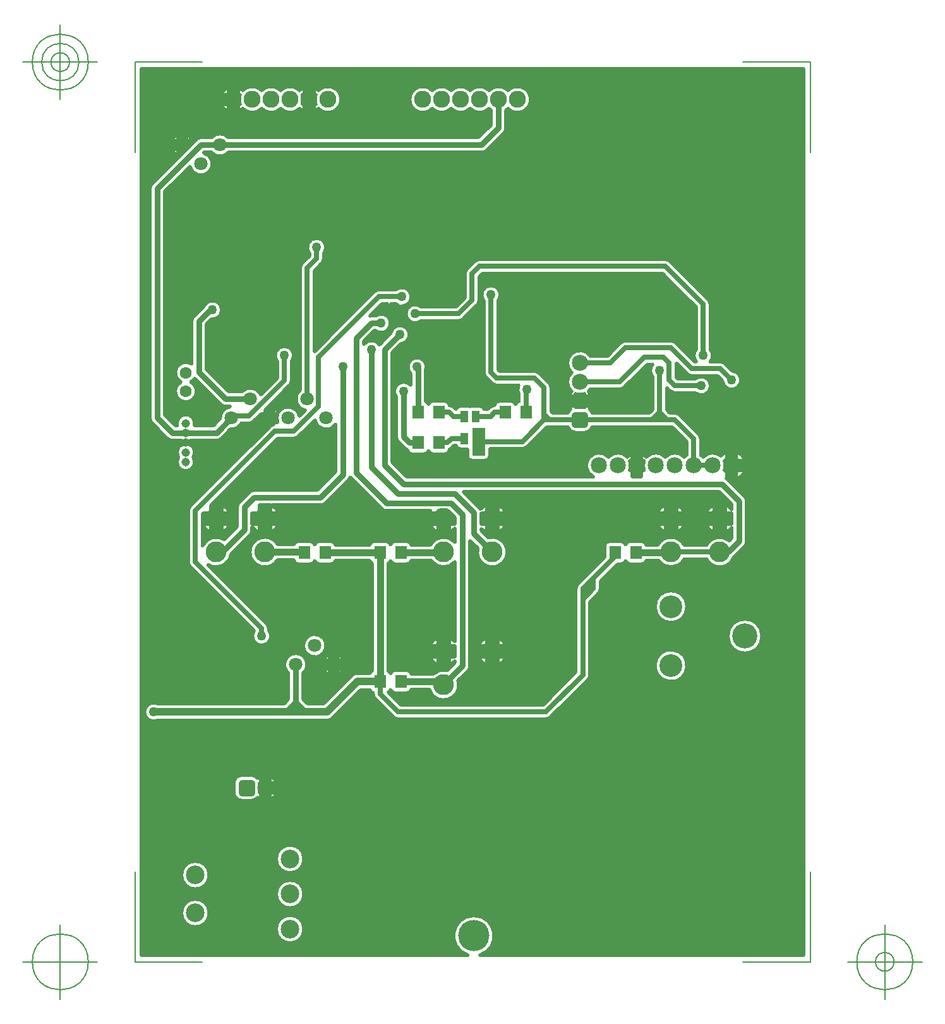
<source format=gbr>
G04 Generated by Ultiboard 14.0 *
%FSLAX33Y33*%
%MOMM*%

%ADD10C,0.001*%
%ADD11C,0.508*%
%ADD12C,0.635*%
%ADD13C,0.254*%
%ADD14C,0.889*%
%ADD15C,0.762*%
%ADD16C,1.016*%
%ADD17C,0.127*%
%ADD18C,2.794*%
%ADD19C,1.800*%
%ADD20C,1.270*%
%ADD21C,1.600*%
%ADD22R,1.600X1.800*%
%ADD23R,1.164X1.164*%
%ADD24C,0.995*%
%ADD25C,2.159*%
%ADD26C,2.286*%
%ADD27C,3.356*%
%ADD28C,3.048*%
%ADD29C,2.500*%
%ADD30R,1.270X1.270*%
%ADD31C,0.889*%
%ADD32R,1.100X1.500*%
%ADD33R,1.778X3.810*%
%ADD34C,1.143*%
%ADD35C,4.191*%


G04 ColorRGB 00FF00 for the following layer *
%LNCopper Top*%
%LPD*%
G54D10*
G36*
X44528Y-19362D02*
X44528Y-19362D01*
X87862Y-19362D01*
X87862Y99362D01*
X-862Y99362D01*
X-862Y-19362D01*
X42848Y-19362D01*
G75*
D01*
G02X44528Y-19362I840J2598*
G01*
D02*
G37*
%LPC*%
G36*
X45720Y96494D02*
G75*
D01*
G02X48260Y96494I1270J-1243*
G01*
G75*
D01*
G02X48260Y94006I1269J-1244*
G01*
G74*
D01*
G02X48011Y93794I1272J1241*
G01*
X48011Y93794D01*
X48011Y91440D01*
G75*
D01*
G02X47711Y90717I-1021J0*
G01*
X47711Y90717D01*
X45862Y88868D01*
X45862Y88868D01*
X45427Y88433D01*
G74*
D01*
G02X44704Y88133I723J721*
G01*
X44704Y88133D01*
X10798Y88133D01*
G75*
D01*
G02X8506Y88133I-1146J1020*
G01*
X8506Y88133D01*
X7535Y88133D01*
X7501Y88099D01*
G75*
D01*
G02X5627Y86225I-389J-1485*
G01*
X5627Y86225D01*
X2291Y82889D01*
X2291Y53001D01*
X3695Y51597D01*
X3906Y51597D01*
G75*
D01*
G02X6254Y51597I1174J276*
G01*
X6254Y51597D01*
X8751Y51597D01*
X9644Y52489D01*
G75*
D01*
G02X10956Y54097I1531J90*
G01*
X10956Y54097D01*
X10414Y54097D01*
G75*
D01*
G02X10089Y54150I0J1021*
G01*
G74*
D01*
G02X9692Y54396I325J968*
G01*
X9692Y54396D01*
X6256Y57832D01*
G74*
D01*
G02X5785Y57404I1176J821*
G01*
G75*
D01*
G02X4375Y57404I-705J-1250*
G01*
G75*
D01*
G02X5837Y59873I706J1250*
G01*
X5837Y59873D01*
X5837Y65531D01*
G75*
D01*
G02X6136Y66254I1021J1*
G01*
X6136Y66254D01*
X7494Y67612D01*
G75*
D01*
G02X8558Y65788I1142J-556*
G01*
X8558Y65788D01*
X7879Y65109D01*
X7879Y59097D01*
X10837Y56139D01*
X12570Y56139D01*
G75*
D01*
G02X15110Y55760I1146J-1020*
G01*
X15110Y55760D01*
X17331Y57980D01*
X17331Y60125D01*
G75*
D01*
G02X19245Y60125I957J835*
G01*
X19245Y60125D01*
X19245Y57584D01*
G75*
D01*
G02X18964Y56906I-957J-1*
G01*
X18964Y56906D01*
X15712Y53654D01*
X15712Y53122D01*
X15180Y53122D01*
X14214Y52156D01*
G74*
D01*
G02X13749Y51899I677J676*
G01*
G75*
D01*
G02X13536Y51875I-213J933*
G01*
X13536Y51875D01*
X12541Y51875D01*
G75*
D01*
G02X11087Y51046I-1364J703*
G01*
X11087Y51046D01*
X9897Y49855D01*
G74*
D01*
G02X9174Y49555I723J721*
G01*
X9174Y49555D01*
X5723Y49555D01*
G74*
D01*
G02X5253Y49382I643J1021*
G01*
G75*
D01*
G02X5253Y49170I-172J-106*
G01*
G74*
D01*
G02X5914Y48848I173J1194*
G01*
X5914Y48848D01*
X6208Y48848D01*
G74*
D01*
G02X6096Y48626I1127J429*
G01*
G75*
D01*
G02X6096Y47326I-1016J-650*
G01*
G75*
D01*
G02X4064Y47326I-1016J-650*
G01*
G75*
D01*
G02X4064Y48626I1016J650*
G01*
G74*
D01*
G02X3952Y48848I1015J651*
G01*
X3952Y48848D01*
X4246Y48848D01*
G74*
D01*
G02X4907Y49170I834J872*
G01*
G75*
D01*
G02X4907Y49382I172J106*
G01*
G74*
D01*
G02X4437Y49555I173J1194*
G01*
X4437Y49555D01*
X3272Y49555D01*
G75*
D01*
G02X2931Y49614I1J1021*
G01*
G74*
D01*
G02X2550Y49854I340J962*
G01*
X2550Y49854D01*
X1042Y51362D01*
X1042Y51362D01*
X548Y51856D01*
G75*
D01*
G02X249Y52580I722J722*
G01*
X249Y52580D01*
X249Y83311D01*
G75*
D01*
G02X548Y84034I1021J1*
G01*
X548Y84034D01*
X5116Y88602D01*
X5116Y88610D01*
X5124Y88610D01*
X6390Y89876D01*
G75*
D01*
G02X7113Y90175I722J-722*
G01*
X7113Y90175D01*
X8506Y90175D01*
G75*
D01*
G02X10798Y90175I1146J-1020*
G01*
X10798Y90175D01*
X44281Y90175D01*
X45862Y91756D01*
X45862Y91756D01*
X45969Y91863D01*
X45969Y93794D01*
G74*
D01*
G02X45720Y94006I1023J1454*
G01*
G75*
D01*
G02X43180Y94006I-1270J1243*
G01*
G75*
D01*
G02X40640Y94006I-1270J1243*
G01*
G75*
D01*
G02X38100Y94006I-1270J1243*
G01*
G75*
D01*
G02X38100Y96494I-1269J1244*
G01*
G75*
D01*
G02X40640Y96494I1270J-1243*
G01*
G75*
D01*
G02X43180Y96494I1270J-1243*
G01*
G75*
D01*
G02X45720Y96494I1270J-1243*
G01*
D02*
G37*
G36*
X72195Y47650D02*
X72195Y47650D01*
X72195Y49388D01*
X70221Y51362D01*
X70221Y51362D01*
X70216Y51367D01*
X69597Y51367D01*
X69595Y51367D01*
X69595Y51367D01*
X59568Y51367D01*
G74*
D01*
G02X58494Y50604I1074J374*
G01*
X58494Y50604D01*
X57330Y50604D01*
G75*
D01*
G02X56256Y51367I0J1138*
G01*
X56256Y51367D01*
X53482Y51367D01*
X53477Y51362D01*
X50870Y48754D01*
G74*
D01*
G02X50192Y48473I677J676*
G01*
X50192Y48473D01*
X45831Y48473D01*
X45831Y47525D01*
G75*
D01*
G02X45193Y46887I-638J0*
G01*
X45193Y46887D01*
X43415Y46887D01*
G75*
D01*
G02X42777Y47525I0J638*
G01*
X42777Y47525D01*
X42777Y48420D01*
X41880Y48420D01*
G75*
D01*
G02X41276Y48851I-1J638*
G01*
X41276Y48851D01*
X41060Y48851D01*
X40810Y48600D01*
G74*
D01*
G02X40430Y48366I678J675*
G01*
G74*
D01*
G02X39792Y47738I638J10*
G01*
X39792Y47738D01*
X38192Y47738D01*
G75*
D01*
G02X37592Y48159I0J638*
G01*
G74*
D01*
G02X36992Y47738I600J217*
G01*
X36992Y47738D01*
X35392Y47738D01*
G75*
D01*
G02X34759Y48298I0J638*
G01*
G74*
D01*
G02X34330Y48554I292J977*
G01*
X34330Y48554D01*
X33568Y49316D01*
G75*
D01*
G02X33269Y50039I722J722*
G01*
X33269Y50039D01*
X33269Y55379D01*
G75*
D01*
G02X35171Y57049I1013J765*
G01*
X35171Y57049D01*
X35171Y58537D01*
G75*
D01*
G02X37213Y58886I897J897*
G01*
X37213Y58886D01*
X37213Y54839D01*
G74*
D01*
G02X37592Y54457I221J598*
G01*
G75*
D01*
G02X38192Y54878I600J-217*
G01*
X38192Y54878D01*
X39792Y54878D01*
G74*
D01*
G02X40428Y54296I0J638*
G01*
G74*
D01*
G02X41064Y54016I41J955*
G01*
X41064Y54016D01*
X41287Y53793D01*
G75*
D01*
G02X41880Y54196I592J-234*
G01*
X41880Y54196D01*
X42980Y54196D01*
G74*
D01*
G02X43180Y54164I0J638*
G01*
G75*
D01*
G02X43380Y54196I200J-606*
G01*
X43380Y54196D01*
X44480Y54196D01*
G74*
D01*
G02X45084Y53765I1J638*
G01*
X45084Y53765D01*
X45554Y53765D01*
X45805Y54017D01*
G74*
D01*
G02X46440Y54296I676J677*
G01*
G75*
D01*
G02X47076Y54878I636J-56*
G01*
X47076Y54878D01*
X48676Y54878D01*
G74*
D01*
G02X49276Y54457I0J638*
G01*
G74*
D01*
G02X49719Y54858I600J217*
G01*
X49719Y54858D01*
X49719Y55722D01*
G75*
D01*
G02X49664Y56955I1080J666*
G01*
X49664Y56955D01*
X46736Y56955D01*
G75*
D01*
G02X46543Y56975I2J957*
G01*
G74*
D01*
G02X46059Y57235I191J937*
G01*
X46059Y57235D01*
X45297Y57997D01*
G75*
D01*
G02X45017Y58676I677J676*
G01*
X45017Y58676D01*
X45017Y68253D01*
G75*
D01*
G02X46931Y68253I957J835*
G01*
X46931Y68253D01*
X46931Y59070D01*
X47132Y58869D01*
X51815Y58869D01*
G75*
D01*
G02X52017Y58848I3J-957*
G01*
G74*
D01*
G02X52494Y58588I201J936*
G01*
X52494Y58588D01*
X53762Y57320D01*
G74*
D01*
G02X54043Y56642I676J677*
G01*
X54043Y56642D01*
X54043Y53482D01*
X54244Y53281D01*
X56256Y53281D01*
G74*
D01*
G02X56591Y53771I1074J374*
G01*
G74*
D01*
G02X56309Y54256I1321J1092*
G01*
X56309Y54256D01*
X57304Y54256D01*
X57304Y54044D01*
G75*
D01*
G02X57330Y54044I13J-1138*
G01*
X57330Y54044D01*
X58494Y54044D01*
G74*
D01*
G02X58520Y54044I13J1138*
G01*
X58520Y54044D01*
X58520Y54256D01*
X59515Y54256D01*
G74*
D01*
G02X59233Y53771I1603J607*
G01*
G74*
D01*
G02X59568Y53281I739J864*
G01*
X59568Y53281D01*
X67168Y53281D01*
X67623Y53736D01*
X67623Y58093D01*
G75*
D01*
G02X67611Y59749I957J835*
G01*
X67611Y59749D01*
X66944Y59749D01*
X63924Y56728D01*
G74*
D01*
G02X63455Y56470I677J676*
G01*
G75*
D01*
G02X63245Y56447I-209J934*
G01*
X63245Y56447D01*
X59334Y56447D01*
G74*
D01*
G02X59064Y56134I1423J955*
G01*
G74*
D01*
G02X59515Y55472I1152J1269*
G01*
X59515Y55472D01*
X58520Y55472D01*
X58520Y55801D01*
G75*
D01*
G02X57304Y55801I-608J1603*
G01*
X57304Y55801D01*
X57304Y55472D01*
X56309Y55472D01*
G74*
D01*
G02X56760Y56134I1603J607*
G01*
G75*
D01*
G02X56760Y58674I1151J1270*
G01*
G75*
D01*
G02X59334Y60901I1154J1268*
G01*
X59334Y60901D01*
X61580Y60901D01*
X63331Y62653D01*
G75*
D01*
G02X64008Y62933I676J-677*
G01*
X64008Y62933D01*
X70104Y62933D01*
G74*
D01*
G02X70782Y62652I1J957*
G01*
X70782Y62652D01*
X73294Y60139D01*
X73453Y60139D01*
G75*
D01*
G02X73465Y61795I969J821*
G01*
X73465Y61795D01*
X73465Y67422D01*
X69862Y71025D01*
X68946Y71941D01*
X44846Y71941D01*
X44391Y71486D01*
X44391Y68326D01*
G75*
D01*
G02X44110Y67648I-957J-1*
G01*
X44110Y67648D01*
X42334Y65872D01*
G74*
D01*
G02X41656Y65591I677J676*
G01*
X41656Y65591D01*
X36649Y65591D01*
G75*
D01*
G02X36649Y67505I-835J957*
G01*
X36649Y67505D01*
X41260Y67505D01*
X42477Y68722D01*
X42477Y71881D01*
G75*
D01*
G02X42757Y72559I957J2*
G01*
X42757Y72559D01*
X43773Y73575D01*
G75*
D01*
G02X44451Y73855I676J-677*
G01*
X44451Y73855D01*
X69342Y73855D01*
G74*
D01*
G02X70020Y73574I1J957*
G01*
X70020Y73574D01*
X75098Y68496D01*
G74*
D01*
G02X75379Y67818I676J677*
G01*
X75379Y67818D01*
X75379Y61795D01*
G75*
D01*
G02X75391Y60139I-957J-835*
G01*
X75391Y60139D01*
X76708Y60139D01*
G74*
D01*
G02X77386Y59858I1J957*
G01*
X77386Y59858D01*
X78319Y58925D01*
G75*
D01*
G02X76965Y57571I-88J-1266*
G01*
X76965Y57571D01*
X76312Y58225D01*
X72899Y58225D01*
G75*
D01*
G02X72221Y58505I-2J957*
G01*
X72221Y58505D01*
X70807Y59919D01*
X70807Y58054D01*
X71008Y57853D01*
X73333Y57853D01*
G75*
D01*
G02X73333Y55939I835J-957*
G01*
X73333Y55939D01*
X70612Y55939D01*
G75*
D01*
G02X70419Y55959I2J957*
G01*
G74*
D01*
G02X69935Y56219I191J937*
G01*
X69935Y56219D01*
X69862Y56293D01*
X69537Y56617D01*
X69537Y53736D01*
X69862Y53412D01*
X69992Y53281D01*
X70612Y53281D01*
G74*
D01*
G02X71290Y53000I1J957*
G01*
X71290Y53000D01*
X72928Y51362D01*
X73828Y50462D01*
G74*
D01*
G02X74109Y49784I676J677*
G01*
X74109Y49784D01*
X74109Y47650D01*
G74*
D01*
G02X74422Y47380I955J1423*
G01*
G75*
D01*
G02X76785Y47549I1270J-1151*
G01*
G74*
D01*
G02X77622Y47948I865J738*
G01*
X77622Y47948D01*
X77622Y46838D01*
X77294Y46838D01*
G75*
D01*
G02X77294Y45618I-1602J-610*
G01*
X77294Y45618D01*
X77622Y45618D01*
X77622Y44508D01*
G74*
D01*
G02X77566Y44511I33J1138*
G01*
G74*
D01*
G02X77685Y44409I602J823*
G01*
X77685Y44409D01*
X79969Y42125D01*
G74*
D01*
G02X80269Y41402I721J723*
G01*
X80269Y41402D01*
X80269Y36068D01*
G75*
D01*
G02X79969Y35345I-1021J0*
G01*
X79969Y35345D01*
X78531Y33907D01*
G74*
D01*
G02X78518Y33894I728J715*
G01*
G75*
D01*
G02X74831Y33672I-1894J735*
G01*
X74831Y33672D01*
X71896Y33672D01*
G75*
D01*
G02X68442Y33459I-1792J955*
G01*
X68442Y33459D01*
X66819Y33459D01*
G74*
D01*
G02X66208Y33006I611J185*
G01*
X66208Y33006D01*
X64608Y33006D01*
G75*
D01*
G02X64008Y33427I0J638*
G01*
G74*
D01*
G02X63408Y33006I600J217*
G01*
X63408Y33006D01*
X62931Y33006D01*
X60647Y30722D01*
X60647Y29718D01*
G75*
D01*
G02X60366Y29040I-957J-1*
G01*
X60366Y29040D01*
X59987Y28661D01*
G74*
D01*
G02X59985Y28659I678J676*
G01*
X59985Y28659D01*
X59247Y27922D01*
X59247Y18158D01*
G75*
D01*
G02X58966Y17480I-957J-1*
G01*
X58966Y17480D01*
X54018Y12532D01*
G74*
D01*
G02X53340Y12251I677J676*
G01*
X53340Y12251D01*
X33528Y12251D01*
G75*
D01*
G02X32851Y12531I-1J957*
G01*
X32851Y12531D01*
X30435Y14947D01*
G75*
D01*
G02X30155Y15625I677J676*
G01*
X30155Y15625D01*
X30155Y15754D01*
G74*
D01*
G02X29724Y16123I155J618*
G01*
X29724Y16123D01*
X28540Y16123D01*
X24813Y12397D01*
G74*
D01*
G02X24000Y12059I814J810*
G01*
X24000Y12059D01*
X1304Y12059D01*
G75*
D01*
G02X1304Y14357I-541J1149*
G01*
X1304Y14357D01*
X18247Y14357D01*
X18791Y14901D01*
X18791Y18412D01*
G75*
D01*
G02X20833Y18412I1021J1145*
G01*
X20833Y18412D01*
X20833Y14901D01*
X21377Y14357D01*
X23524Y14357D01*
X27252Y18084D01*
G75*
D01*
G02X28064Y18421I813J-811*
G01*
X28064Y18421D01*
X29724Y18421D01*
G74*
D01*
G02X30027Y18743I587J249*
G01*
X30027Y18743D01*
X30027Y33073D01*
G74*
D01*
G02X29701Y33459I285J571*
G01*
X29701Y33459D01*
X25163Y33459D01*
G74*
D01*
G02X24552Y33006I611J185*
G01*
X24552Y33006D01*
X22952Y33006D01*
G75*
D01*
G02X22352Y33427I0J638*
G01*
G74*
D01*
G02X21752Y33006I600J217*
G01*
X21752Y33006D01*
X20152Y33006D01*
G75*
D01*
G02X19522Y33544I0J638*
G01*
X19522Y33544D01*
X17382Y33544D01*
G75*
D01*
G02X17382Y35713I-1718J1085*
G01*
X17382Y35713D01*
X19574Y35713D01*
G75*
D01*
G02X20152Y36082I578J-268*
G01*
X20152Y36082D01*
X21752Y36082D01*
G74*
D01*
G02X22352Y35661I0J638*
G01*
G75*
D01*
G02X22952Y36082I600J-217*
G01*
X22952Y36082D01*
X24552Y36082D01*
G74*
D01*
G02X25163Y35629I0J638*
G01*
X25163Y35629D01*
X29701Y35629D01*
G75*
D01*
G02X30312Y36082I611J-185*
G01*
X30312Y36082D01*
X31912Y36082D01*
G74*
D01*
G02X32512Y35661I0J638*
G01*
G75*
D01*
G02X33112Y36082I600J-217*
G01*
X33112Y36082D01*
X34712Y36082D01*
G74*
D01*
G02X35323Y35629I0J638*
G01*
X35323Y35629D01*
X37855Y35629D01*
G75*
D01*
G02X41143Y35978I1769J-1000*
G01*
X41143Y35978D01*
X41143Y37766D01*
G74*
D01*
G02X40345Y37216I1519J1350*
G01*
X40345Y37216D01*
X40345Y38395D01*
X41143Y38395D01*
X41143Y39201D01*
X40508Y39837D01*
X40345Y39837D01*
X40345Y40000D01*
X40217Y40127D01*
X38903Y40127D01*
X38903Y39837D01*
X37724Y39837D01*
G74*
D01*
G02X37861Y40127I1900J720*
G01*
X37861Y40127D01*
X32004Y40127D01*
G75*
D01*
G02X31282Y40426I0J1021*
G01*
X31282Y40426D01*
X27218Y44490D01*
G74*
D01*
G02X27120Y44604I723J721*
G01*
G74*
D01*
G02X26883Y44235I958J354*
G01*
X26883Y44235D01*
X23837Y41189D01*
G74*
D01*
G02X23114Y40889I723J721*
G01*
X23114Y40889D01*
X16656Y40889D01*
G74*
D01*
G02X17563Y39837I993J1773*
G01*
X17563Y39837D01*
X16384Y39837D01*
X16384Y40889D01*
X14943Y40889D01*
X14943Y39837D01*
X13975Y39837D01*
X13975Y38395D01*
X14943Y38395D01*
X14943Y37216D01*
G74*
D01*
G02X13975Y37985I719J1899*
G01*
X13975Y37985D01*
X13975Y37592D01*
G75*
D01*
G02X13675Y36869I-1021J0*
G01*
X13675Y36869D01*
X11157Y34351D01*
G75*
D01*
G02X8080Y32897I-2013J277*
G01*
X8080Y32897D01*
X15916Y25062D01*
G74*
D01*
G02X16197Y24384I676J677*
G01*
X16197Y24384D01*
X16197Y24203D01*
G75*
D01*
G02X14189Y24081I-957J-835*
G01*
X14189Y24081D01*
X10909Y27362D01*
X5673Y32597D01*
G75*
D01*
G02X5393Y33275I677J676*
G01*
X5393Y33275D01*
X5393Y40131D01*
G75*
D01*
G02X5673Y40809I957J2*
G01*
X5673Y40809D01*
X16226Y51362D01*
X16341Y51477D01*
G74*
D01*
G02X16800Y51732I676J677*
G01*
X16800Y51732D01*
X16800Y52034D01*
X17361Y52034D01*
G75*
D01*
G02X17361Y53122I1434J544*
G01*
X17361Y53122D01*
X16800Y53122D01*
X16800Y54013D01*
G74*
D01*
G02X17526Y53440I543J1435*
G01*
G75*
D01*
G02X20298Y52894I1270J-860*
G01*
X20298Y52894D01*
X21020Y53616D01*
G75*
D01*
G02X20379Y56318I314J1502*
G01*
X20379Y56318D01*
X20379Y72643D01*
G75*
D01*
G02X20659Y73321I957J2*
G01*
X20659Y73321D01*
X21649Y74310D01*
X21649Y74603D01*
G75*
D01*
G02X23563Y74603I957J835*
G01*
X23563Y74603D01*
X23563Y73914D01*
G75*
D01*
G02X23282Y73236I-957J-1*
G01*
X23282Y73236D01*
X22293Y72248D01*
X22293Y61493D01*
X30311Y69511D01*
G75*
D01*
G02X30988Y69791I676J-677*
G01*
X30988Y69791D01*
X33201Y69791D01*
G75*
D01*
G02X34180Y67572I835J-957*
G01*
G74*
D01*
G02X34207Y67506I1161J513*
G01*
X34207Y67506D01*
X33470Y67506D01*
X33470Y67697D01*
G74*
D01*
G02X33201Y67877I566J1137*
G01*
X33201Y67877D01*
X32570Y67877D01*
X32570Y67506D01*
X31833Y67506D01*
G74*
D01*
G02X32051Y67877I1187J448*
G01*
X32051Y67877D01*
X31384Y67877D01*
X29790Y66283D01*
G75*
D01*
G02X29972Y66299I180J-1005*
G01*
X29972Y66299D01*
X30487Y66299D01*
G75*
D01*
G02X32004Y66294I755J-1020*
G01*
G74*
D01*
G02X31833Y66606I1017J760*
G01*
X31833Y66606D01*
X32570Y66606D01*
X32570Y65869D01*
G74*
D01*
G02X32258Y66040I448J1187*
G01*
G75*
D01*
G02X30487Y64257I-1016J-762*
G01*
X30487Y64257D01*
X30395Y64257D01*
X28961Y62823D01*
X28961Y62491D01*
G75*
D01*
G02X31021Y62437I1011J-769*
G01*
G74*
D01*
G02X31028Y62444I725J718*
G01*
X31028Y62444D01*
X32526Y63942D01*
G75*
D01*
G02X33970Y62498I1255J-189*
G01*
X33970Y62498D01*
X32771Y61299D01*
X32771Y46651D01*
X34713Y44709D01*
X59657Y44709D01*
G75*
D01*
G02X61722Y47380I798J1517*
G01*
G75*
D01*
G02X64262Y47380I1270J-1151*
G01*
G74*
D01*
G02X64924Y47831I1269J1152*
G01*
X64924Y47831D01*
X64924Y46836D01*
X64595Y46836D01*
G75*
D01*
G02X64595Y45620I-1603J-608*
G01*
X64595Y45620D01*
X64924Y45620D01*
X64924Y44709D01*
X66140Y44709D01*
X66140Y45620D01*
X66469Y45620D01*
G75*
D01*
G02X66469Y46836I1603J608*
G01*
X66469Y46836D01*
X66140Y46836D01*
X66140Y47831D01*
G74*
D01*
G02X66802Y47380I607J1603*
G01*
G75*
D01*
G02X69342Y47380I1270J-1151*
G01*
G75*
D01*
G02X71882Y47380I1270J-1151*
G01*
G74*
D01*
G02X72195Y47650I1268J1153*
G01*
D02*
G37*
G36*
X21862Y94747D02*
G75*
D01*
G02X21862Y94747I-272J503*
G01*
D02*
G37*
G36*
X72263Y27362D02*
G75*
D01*
G02X72263Y27362I-2159J-44*
G01*
D02*
G37*
G36*
X15712Y51143D02*
G74*
D01*
G02X14821Y52034I543J1434*
G01*
X14821Y52034D01*
X15712Y52034D01*
X15712Y51143D01*
D02*
G37*
G36*
X21862Y20643D02*
G75*
D01*
G02X21862Y20643I490J1455*
G01*
D02*
G37*
G36*
X69862Y17273D02*
G75*
D01*
G02X69862Y17273I242J2145*
G01*
D02*
G37*
G36*
X11488Y3683D02*
G75*
D01*
G02X12573Y4768I1085J0*
G01*
X12573Y4768D01*
X13843Y4768D01*
G74*
D01*
G02X14672Y4383I0J1085*
G01*
G74*
D01*
G02X15140Y4651I1075J1335*
G01*
X15140Y4651D01*
X15140Y3656D01*
X14928Y3656D01*
X14928Y2440D01*
X15140Y2440D01*
X15140Y1445D01*
G74*
D01*
G02X14672Y1713I607J1603*
G01*
G74*
D01*
G02X13843Y1328I829J700*
G01*
X13843Y1328D01*
X12573Y1328D01*
G75*
D01*
G02X11488Y2413I0J1085*
G01*
X11488Y2413D01*
X11488Y3683D01*
D02*
G37*
G36*
X15349Y3362D02*
G75*
D01*
G02X15349Y3362I399J-314*
G01*
D02*
G37*
G36*
X61385Y75242D02*
G74*
D01*
G02X60648Y74505I1187J450*
G01*
X60648Y74505D01*
X60648Y75242D01*
X61385Y75242D01*
D02*
G37*
G36*
X59748Y74505D02*
G74*
D01*
G02X59011Y75242I450J1187*
G01*
X59011Y75242D01*
X59748Y75242D01*
X59748Y74505D01*
D02*
G37*
G36*
X24348Y18123D02*
G74*
D01*
G02X23457Y19014I543J1434*
G01*
X23457Y19014D01*
X24348Y19014D01*
X24348Y18123D01*
D02*
G37*
G36*
X26327Y19014D02*
G74*
D01*
G02X25436Y18123I1434J543*
G01*
X25436Y18123D01*
X25436Y19014D01*
X26327Y19014D01*
D02*
G37*
G36*
X24517Y19558D02*
G75*
D01*
G02X24517Y19558I375J0*
G01*
D02*
G37*
G36*
X23457Y20102D02*
G74*
D01*
G02X24348Y20993I1434J543*
G01*
X24348Y20993D01*
X24348Y20102D01*
X23457Y20102D01*
D02*
G37*
G36*
X25436Y20993D02*
G74*
D01*
G02X26327Y20102I543J1434*
G01*
X26327Y20102D01*
X25436Y20102D01*
X25436Y20993D01*
D02*
G37*
G36*
X65024Y46228D02*
G75*
D01*
G02X65024Y46228I508J0*
G01*
D02*
G37*
G36*
X38989Y39116D02*
G75*
D01*
G02X38989Y39116I635J0*
G01*
D02*
G37*
G36*
X38903Y37216D02*
G74*
D01*
G02X37724Y38395I721J1900*
G01*
X37724Y38395D01*
X38903Y38395D01*
X38903Y37216D01*
D02*
G37*
G36*
X15028Y39116D02*
G75*
D01*
G02X15028Y39116I635J0*
G01*
D02*
G37*
G36*
X17563Y38395D02*
G74*
D01*
G02X16384Y37216I1900J721*
G01*
X16384Y37216D01*
X16384Y38395D01*
X17563Y38395D01*
D02*
G37*
G36*
X22468Y95880D02*
X22468Y95880D01*
X22220Y95880D01*
X22220Y96912D01*
G74*
D01*
G02X22860Y96494I629J1662*
G01*
G75*
D01*
G02X22860Y94006I1269J-1244*
G01*
G74*
D01*
G02X22220Y93588I1269J1244*
G01*
X22220Y93588D01*
X22220Y94620D01*
X22468Y94620D01*
G75*
D01*
G02X22468Y95880I1662J630*
G01*
D02*
G37*
G36*
X76512Y17355D02*
G74*
D01*
G02X75775Y18092I450J1187*
G01*
X75775Y18092D01*
X76512Y18092D01*
X76512Y17355D01*
D02*
G37*
G36*
X78149Y18092D02*
G74*
D01*
G02X77412Y17355I1187J450*
G01*
X77412Y17355D01*
X77412Y18092D01*
X78149Y18092D01*
D02*
G37*
G36*
X75775Y18992D02*
G74*
D01*
G02X76512Y19729I1187J450*
G01*
X76512Y19729D01*
X76512Y18992D01*
X75775Y18992D01*
D02*
G37*
G36*
X77412Y19729D02*
G74*
D01*
G02X78149Y18992I450J1187*
G01*
X78149Y18992D01*
X77412Y18992D01*
X77412Y19729D01*
D02*
G37*
G36*
X76662Y18542D02*
G75*
D01*
G02X76662Y18542I300J0*
G01*
D02*
G37*
G36*
X77697Y23368D02*
G75*
D01*
G02X77697Y23368I2313J0*
G01*
D02*
G37*
G36*
X78842Y44508D02*
X78842Y44508D01*
X78842Y45618D01*
X79952Y45618D01*
G74*
D01*
G02X78842Y44508I1138J28*
G01*
D02*
G37*
G36*
X77724Y46228D02*
G75*
D01*
G02X77724Y46228I508J0*
G01*
D02*
G37*
G36*
X79952Y46838D02*
X79952Y46838D01*
X78842Y46838D01*
X78842Y47948D01*
G74*
D01*
G02X79952Y46838I28J1138*
G01*
D02*
G37*
G36*
X57404Y54864D02*
G75*
D01*
G02X57404Y54864I508J0*
G01*
D02*
G37*
G36*
X15881Y52578D02*
G75*
D01*
G02X15881Y52578I375J0*
G01*
D02*
G37*
G36*
X17165Y-15876D02*
G75*
D01*
G02X17165Y-15876I1885J0*
G01*
D02*
G37*
G36*
X4465Y-13716D02*
G75*
D01*
G02X4465Y-13716I1885J0*
G01*
D02*
G37*
G36*
X17165Y-11176D02*
G75*
D01*
G02X17165Y-11176I1885J0*
G01*
D02*
G37*
G36*
X4465Y-8636D02*
G75*
D01*
G02X4465Y-8636I1885J0*
G01*
D02*
G37*
G36*
X17165Y-6476D02*
G75*
D01*
G02X17165Y-6476I1885J0*
G01*
D02*
G37*
G36*
X17351Y2440D02*
G74*
D01*
G02X16356Y1445I1603J608*
G01*
X16356Y1445D01*
X16356Y2440D01*
X17351Y2440D01*
D02*
G37*
G36*
X4028Y87719D02*
G74*
D01*
G02X3137Y88610I543J1434*
G01*
X3137Y88610D01*
X4028Y88610D01*
X4028Y87719D01*
D02*
G37*
G36*
X3137Y89698D02*
G74*
D01*
G02X4028Y90589I1434J543*
G01*
X4028Y90589D01*
X4028Y89698D01*
X3137Y89698D01*
D02*
G37*
G36*
X5116Y90589D02*
G74*
D01*
G02X6007Y89698I543J1434*
G01*
X6007Y89698D01*
X5116Y89698D01*
X5116Y90589D01*
D02*
G37*
G36*
X4197Y89154D02*
G75*
D01*
G02X4197Y89154I375J0*
G01*
D02*
G37*
G36*
X10800Y93588D02*
G74*
D01*
G02X9768Y94620I630J1662*
G01*
X9768Y94620D01*
X10800Y94620D01*
X10800Y93588D01*
D02*
G37*
G36*
X20320Y96494D02*
G74*
D01*
G02X20960Y96912I1269J1244*
G01*
X20960Y96912D01*
X20960Y95880D01*
X20712Y95880D01*
G75*
D01*
G02X20712Y94620I-1662J-630*
G01*
X20712Y94620D01*
X20960Y94620D01*
X20960Y93588D01*
G74*
D01*
G02X20320Y94006I629J1662*
G01*
G75*
D01*
G02X17780Y94006I-1270J1243*
G01*
G75*
D01*
G02X15240Y94006I-1270J1243*
G01*
G75*
D01*
G02X12700Y94006I-1270J1243*
G01*
G74*
D01*
G02X12060Y93588I1269J1244*
G01*
X12060Y93588D01*
X12060Y94620D01*
X12308Y94620D01*
G75*
D01*
G02X12308Y95880I1662J630*
G01*
X12308Y95880D01*
X12060Y95880D01*
X12060Y96912D01*
G74*
D01*
G02X12700Y96494I629J1662*
G01*
G75*
D01*
G02X15240Y96494I1270J-1243*
G01*
G75*
D01*
G02X17780Y96494I1270J-1243*
G01*
G75*
D01*
G02X20320Y96494I1270J-1243*
G01*
D02*
G37*
G36*
X9768Y95880D02*
G74*
D01*
G02X10800Y96912I1662J630*
G01*
X10800Y96912D01*
X10800Y95880D01*
X9768Y95880D01*
D02*
G37*
G36*
X10859Y95250D02*
G75*
D01*
G02X10859Y95250I571J0*
G01*
D02*
G37*
G36*
X16356Y4651D02*
G74*
D01*
G02X17351Y3656I608J1603*
G01*
X17351Y3656D01*
X16356Y3656D01*
X16356Y4651D01*
D02*
G37*
G36*
X6521Y9964D02*
G74*
D01*
G02X5784Y9227I1187J450*
G01*
X5784Y9227D01*
X5784Y9964D01*
X6521Y9964D01*
D02*
G37*
G36*
X4884Y9227D02*
G74*
D01*
G02X4147Y9964I450J1187*
G01*
X4147Y9964D01*
X4884Y9964D01*
X4884Y9227D01*
D02*
G37*
G36*
X5784Y11601D02*
G74*
D01*
G02X6521Y10864I450J1187*
G01*
X6521Y10864D01*
X5784Y10864D01*
X5784Y11601D01*
D02*
G37*
G36*
X4147Y10864D02*
G74*
D01*
G02X4884Y11601I1187J450*
G01*
X4884Y11601D01*
X4884Y10864D01*
X4147Y10864D01*
D02*
G37*
G36*
X5034Y10414D02*
G75*
D01*
G02X5034Y10414I300J0*
G01*
D02*
G37*
G36*
X32720Y67056D02*
G75*
D01*
G02X32720Y67056I300J0*
G01*
D02*
G37*
G36*
X34207Y66606D02*
G74*
D01*
G02X33470Y65869I1187J450*
G01*
X33470Y65869D01*
X33470Y66606D01*
X34207Y66606D01*
D02*
G37*
G36*
X59898Y75692D02*
G75*
D01*
G02X59898Y75692I300J0*
G01*
D02*
G37*
G36*
X59011Y76142D02*
G74*
D01*
G02X59748Y76879I1187J450*
G01*
X59748Y76879D01*
X59748Y76142D01*
X59011Y76142D01*
D02*
G37*
G36*
X60648Y76879D02*
G74*
D01*
G02X61385Y76142I450J1187*
G01*
X61385Y76142D01*
X60648Y76142D01*
X60648Y76879D01*
D02*
G37*
G36*
X51620Y79839D02*
G74*
D01*
G02X50883Y80576I450J1187*
G01*
X50883Y80576D01*
X51620Y80576D01*
X51620Y79839D01*
D02*
G37*
G36*
X53257Y80576D02*
G74*
D01*
G02X52520Y79839I1187J450*
G01*
X52520Y79839D01*
X52520Y80576D01*
X53257Y80576D01*
D02*
G37*
G36*
X50883Y81476D02*
G74*
D01*
G02X51620Y82213I1187J450*
G01*
X51620Y82213D01*
X51620Y81476D01*
X50883Y81476D01*
D02*
G37*
G36*
X51770Y81026D02*
G75*
D01*
G02X51770Y81026I300J0*
G01*
D02*
G37*
G36*
X52520Y82213D02*
G74*
D01*
G02X53257Y81476I450J1187*
G01*
X53257Y81476D01*
X52520Y81476D01*
X52520Y82213D01*
D02*
G37*
%LPD*%
G36*
X44179Y35149D02*
X44179Y35149D01*
X43185Y36143D01*
X43185Y19389D01*
G75*
D01*
G02X42885Y18666I-1021J0*
G01*
X42885Y18666D01*
X41588Y17369D01*
G75*
D01*
G02X37703Y16187I-1957J-544*
G01*
X37703Y16187D01*
X35323Y16187D01*
G74*
D01*
G02X34712Y15734I611J185*
G01*
X34712Y15734D01*
X33112Y15734D01*
G75*
D01*
G02X32512Y16155I0J638*
G01*
G74*
D01*
G02X32255Y15834I600J217*
G01*
X32255Y15834D01*
X33924Y14165D01*
X52944Y14165D01*
X57333Y18554D01*
X57333Y28316D01*
G75*
D01*
G02X57333Y28320I957J2*
G01*
X57333Y28320D01*
X57333Y29079D01*
G75*
D01*
G02X57333Y29081I957J1*
G01*
X57333Y29081D01*
X57333Y29717D01*
G75*
D01*
G02X57613Y30395I957J2*
G01*
X57613Y30395D01*
X61170Y33951D01*
X61170Y35444D01*
G75*
D01*
G02X61808Y36082I638J0*
G01*
X61808Y36082D01*
X63408Y36082D01*
G74*
D01*
G02X64008Y35661I0J638*
G01*
G75*
D01*
G02X64608Y36082I600J-217*
G01*
X64608Y36082D01*
X66208Y36082D01*
G74*
D01*
G02X66819Y35629I0J638*
G01*
X66819Y35629D01*
X68335Y35629D01*
G75*
D01*
G02X71896Y35586I1769J-1000*
G01*
X71896Y35586D01*
X74831Y35586D01*
G75*
D01*
G02X77925Y36189I1792J-956*
G01*
X77925Y36189D01*
X78227Y36491D01*
X78227Y37868D01*
G74*
D01*
G02X77344Y37216I1604J1248*
G01*
X77344Y37216D01*
X77344Y38395D01*
X78227Y38395D01*
X78227Y39837D01*
X77344Y39837D01*
X77344Y41016D01*
G74*
D01*
G02X78227Y40364I721J1900*
G01*
X78227Y40364D01*
X78227Y40979D01*
X76539Y42667D01*
X42343Y42667D01*
X44409Y40601D01*
G74*
D01*
G02X44567Y40398I720J724*
G01*
G74*
D01*
G02X45423Y41016I1576J1281*
G01*
X45423Y41016D01*
X45423Y39837D01*
X44709Y39837D01*
X44709Y38395D01*
X45423Y38395D01*
X45423Y37216D01*
G74*
D01*
G02X44709Y37677I720J1899*
G01*
X44709Y37677D01*
X44709Y37507D01*
X45623Y36593D01*
G75*
D01*
G02X44179Y35149I519J-1963*
G01*
D02*
G37*
%LPC*%
G36*
X45862Y38547D02*
G75*
D01*
G02X45862Y38547I281J569*
G01*
D02*
G37*
G36*
X45862Y21905D02*
G75*
D01*
G02X45862Y21905I281J-569*
G01*
D02*
G37*
G36*
X45862Y18861D02*
G75*
D01*
G02X45862Y18861I281J-2012*
G01*
D02*
G37*
G36*
X69862Y39703D02*
G75*
D01*
G02X69862Y39703I242J-587*
G01*
D02*
G37*
G36*
X72004Y38395D02*
G74*
D01*
G02X70825Y37216I1900J721*
G01*
X70825Y37216D01*
X70825Y38395D01*
X72004Y38395D01*
D02*
G37*
G36*
X75903Y37216D02*
G74*
D01*
G02X74723Y38395I719J1900*
G01*
X74723Y38395D01*
X75903Y38395D01*
X75903Y37216D01*
D02*
G37*
G36*
X70825Y41016D02*
G74*
D01*
G02X72004Y39837I721J1900*
G01*
X72004Y39837D01*
X70825Y39837D01*
X70825Y41016D01*
D02*
G37*
G36*
X74723Y39837D02*
G74*
D01*
G02X75903Y41016I1900J721*
G01*
X75903Y41016D01*
X75903Y39837D01*
X74723Y39837D01*
D02*
G37*
G36*
X75988Y39116D02*
G75*
D01*
G02X75988Y39116I635J0*
G01*
D02*
G37*
G36*
X48043Y20615D02*
G74*
D01*
G02X46864Y19436I1900J721*
G01*
X46864Y19436D01*
X46864Y20615D01*
X48043Y20615D01*
D02*
G37*
G36*
X46864Y23236D02*
G74*
D01*
G02X48043Y22057I721J1900*
G01*
X48043Y22057D01*
X46864Y22057D01*
X46864Y23236D01*
D02*
G37*
G36*
X44243Y22057D02*
G74*
D01*
G02X45423Y23236I1900J721*
G01*
X45423Y23236D01*
X45423Y22057D01*
X44243Y22057D01*
D02*
G37*
G36*
X45423Y19436D02*
G74*
D01*
G02X44243Y20615I719J1900*
G01*
X44243Y20615D01*
X45423Y20615D01*
X45423Y19436D01*
D02*
G37*
G36*
X48043Y38395D02*
G74*
D01*
G02X46864Y37216I1900J721*
G01*
X46864Y37216D01*
X46864Y38395D01*
X48043Y38395D01*
D02*
G37*
G36*
X69383Y37216D02*
G74*
D01*
G02X68204Y38395I721J1900*
G01*
X68204Y38395D01*
X69383Y38395D01*
X69383Y37216D01*
D02*
G37*
G36*
X46864Y41016D02*
G74*
D01*
G02X48043Y39837I721J1900*
G01*
X48043Y39837D01*
X46864Y39837D01*
X46864Y41016D01*
D02*
G37*
G36*
X68204Y39837D02*
G74*
D01*
G02X69383Y41016I1900J721*
G01*
X69383Y41016D01*
X69383Y39837D01*
X68204Y39837D01*
D02*
G37*
%LPD*%
G36*
X22374Y52262D02*
X22374Y52262D01*
X20236Y50124D01*
G74*
D01*
G02X19558Y49843I677J676*
G01*
X19558Y49843D01*
X17414Y49843D01*
X8423Y40852D01*
X8423Y39837D01*
X7408Y39837D01*
X7307Y39736D01*
X7307Y38395D01*
X8423Y38395D01*
X8423Y37216D01*
G74*
D01*
G02X7307Y38247I721J1900*
G01*
X7307Y38247D01*
X7307Y35497D01*
G75*
D01*
G02X10251Y36333I1837J-867*
G01*
X10251Y36333D01*
X11933Y38015D01*
X11933Y40639D01*
G75*
D01*
G02X12232Y41362I1021J1*
G01*
X12232Y41362D01*
X13502Y42632D01*
G75*
D01*
G02X14225Y42931I722J-722*
G01*
X14225Y42931D01*
X22691Y42931D01*
X25141Y45381D01*
X25141Y51709D01*
G75*
D01*
G02X22374Y52262I-1265J867*
G01*
D02*
G37*
%LPC*%
G36*
X11044Y38395D02*
G74*
D01*
G02X9865Y37216I1900J721*
G01*
X9865Y37216D01*
X9865Y38395D01*
X11044Y38395D01*
D02*
G37*
G36*
X8509Y39116D02*
G75*
D01*
G02X8509Y39116I635J0*
G01*
D02*
G37*
G36*
X9865Y41016D02*
G74*
D01*
G02X11044Y39837I721J1900*
G01*
X11044Y39837D01*
X9865Y39837D01*
X9865Y41016D01*
D02*
G37*
%LPD*%
G36*
X32197Y18743D02*
G74*
D01*
G02X32512Y18389I285J571*
G01*
G75*
D01*
G02X33112Y18810I600J-217*
G01*
X33112Y18810D01*
X34712Y18810D01*
G74*
D01*
G02X35323Y18357I0J638*
G01*
X35323Y18357D01*
X38262Y18357D01*
G75*
D01*
G02X40144Y18813I1362J-1508*
G01*
X40144Y18813D01*
X41143Y19812D01*
X41143Y19986D01*
G74*
D01*
G02X40345Y19436I1519J1350*
G01*
X40345Y19436D01*
X40345Y20615D01*
X41143Y20615D01*
X41143Y22057D01*
X40345Y22057D01*
X40345Y23236D01*
G74*
D01*
G02X41143Y22686I721J1900*
G01*
X41143Y22686D01*
X41143Y33279D01*
G75*
D01*
G02X37962Y33459I-1519J1349*
G01*
X37962Y33459D01*
X35323Y33459D01*
G74*
D01*
G02X34712Y33006I611J185*
G01*
X34712Y33006D01*
X33112Y33006D01*
G75*
D01*
G02X32512Y33427I0J638*
G01*
G74*
D01*
G02X32197Y33073I600J217*
G01*
X32197Y33073D01*
X32197Y18743D01*
D02*
G37*
%LPC*%
G36*
X38903Y19436D02*
G74*
D01*
G02X37724Y20615I721J1900*
G01*
X37724Y20615D01*
X38903Y20615D01*
X38903Y19436D01*
D02*
G37*
G36*
X38989Y21336D02*
G75*
D01*
G02X38989Y21336I635J0*
G01*
D02*
G37*
G36*
X37724Y22057D02*
G74*
D01*
G02X38903Y23236I1900J721*
G01*
X38903Y23236D01*
X38903Y22057D01*
X37724Y22057D01*
D02*
G37*
%LPD*%
G54D11*
X45720Y96494D02*
G75*
D01*
G02X48260Y96494I1270J-1243*
G01*
G75*
D01*
G02X48260Y94006I1269J-1244*
G01*
G74*
D01*
G02X48011Y93794I1272J1241*
G01*
X48011Y91440D01*
G75*
D01*
G02X47711Y90717I-1021J0*
G01*
X45862Y88868D01*
X45862Y88868D01*
X45427Y88433D01*
G74*
D01*
G02X44704Y88133I723J721*
G01*
X10798Y88133D01*
G75*
D01*
G02X8506Y88133I-1146J1020*
G01*
X7535Y88133D01*
X7501Y88099D01*
G75*
D01*
G02X5627Y86225I-389J-1485*
G01*
X2291Y82889D01*
X2291Y53001D01*
X3695Y51597D01*
X3906Y51597D01*
G75*
D01*
G02X6254Y51597I1174J276*
G01*
X8751Y51597D01*
X9644Y52489D01*
G75*
D01*
G02X10956Y54097I1531J90*
G01*
X10414Y54097D01*
G75*
D01*
G02X10089Y54150I0J1021*
G01*
G74*
D01*
G02X9692Y54396I325J968*
G01*
X6256Y57832D01*
G74*
D01*
G02X5785Y57404I1176J821*
G01*
G75*
D01*
G02X4375Y57404I-705J-1250*
G01*
G75*
D01*
G02X5837Y59873I706J1250*
G01*
X5837Y65531D01*
G75*
D01*
G02X6136Y66254I1021J1*
G01*
X7494Y67612D01*
G75*
D01*
G02X8558Y65788I1142J-556*
G01*
X7879Y65109D01*
X7879Y59097D01*
X10837Y56139D01*
X12570Y56139D01*
G75*
D01*
G02X15110Y55760I1146J-1020*
G01*
X17331Y57980D01*
X17331Y60125D01*
G75*
D01*
G02X19245Y60125I957J835*
G01*
X19245Y57584D01*
G75*
D01*
G02X18964Y56906I-957J-1*
G01*
X15712Y53654D01*
X15712Y53122D01*
X15180Y53122D01*
X14214Y52156D01*
G74*
D01*
G02X13749Y51899I677J676*
G01*
G75*
D01*
G02X13536Y51875I-213J933*
G01*
X12541Y51875D01*
G75*
D01*
G02X11087Y51046I-1364J703*
G01*
X9897Y49855D01*
G74*
D01*
G02X9174Y49555I723J721*
G01*
X5723Y49555D01*
G74*
D01*
G02X5253Y49382I643J1021*
G01*
G75*
D01*
G02X5253Y49170I-172J-106*
G01*
G74*
D01*
G02X5914Y48848I173J1194*
G01*
X6208Y48848D01*
G74*
D01*
G02X6096Y48626I1127J429*
G01*
G75*
D01*
G02X6096Y47326I-1016J-650*
G01*
G75*
D01*
G02X4064Y47326I-1016J-650*
G01*
G75*
D01*
G02X4064Y48626I1016J650*
G01*
G74*
D01*
G02X3952Y48848I1015J651*
G01*
X4246Y48848D01*
G74*
D01*
G02X4907Y49170I834J872*
G01*
G75*
D01*
G02X4907Y49382I172J106*
G01*
G74*
D01*
G02X4437Y49555I173J1194*
G01*
X3272Y49555D01*
G75*
D01*
G02X2931Y49614I1J1021*
G01*
G74*
D01*
G02X2550Y49854I340J962*
G01*
X1042Y51362D01*
X1042Y51362D01*
X548Y51856D01*
G75*
D01*
G02X249Y52580I722J722*
G01*
X249Y83311D01*
G75*
D01*
G02X548Y84034I1021J1*
G01*
X5116Y88602D01*
X5116Y88610D01*
X5124Y88610D01*
X6390Y89876D01*
G75*
D01*
G02X7113Y90175I722J-722*
G01*
X8506Y90175D01*
G75*
D01*
G02X10798Y90175I1146J-1020*
G01*
X44281Y90175D01*
X45862Y91756D01*
X45862Y91756D01*
X45969Y91863D01*
X45969Y93794D01*
G74*
D01*
G02X45720Y94006I1023J1454*
G01*
G75*
D01*
G02X43180Y94006I-1270J1243*
G01*
G75*
D01*
G02X40640Y94006I-1270J1243*
G01*
G75*
D01*
G02X38100Y94006I-1270J1243*
G01*
G75*
D01*
G02X38100Y96494I-1269J1244*
G01*
G75*
D01*
G02X40640Y96494I1270J-1243*
G01*
G75*
D01*
G02X43180Y96494I1270J-1243*
G01*
G75*
D01*
G02X45720Y96494I1270J-1243*
G01*
X72195Y47650D02*
X72195Y49388D01*
X70221Y51362D01*
X70221Y51362D01*
X70216Y51367D01*
X69597Y51367D01*
X69595Y51367D01*
X59568Y51367D01*
G74*
D01*
G02X58494Y50604I1074J374*
G01*
X57330Y50604D01*
G75*
D01*
G02X56256Y51367I0J1138*
G01*
X53482Y51367D01*
X53477Y51362D01*
X50870Y48754D01*
G74*
D01*
G02X50192Y48473I677J676*
G01*
X45831Y48473D01*
X45831Y47525D01*
G75*
D01*
G02X45193Y46887I-638J0*
G01*
X43415Y46887D01*
G75*
D01*
G02X42777Y47525I0J638*
G01*
X42777Y48420D01*
X41880Y48420D01*
G75*
D01*
G02X41276Y48851I-1J638*
G01*
X41060Y48851D01*
X40810Y48600D01*
G74*
D01*
G02X40430Y48366I678J675*
G01*
G74*
D01*
G02X39792Y47738I638J10*
G01*
X38192Y47738D01*
G75*
D01*
G02X37592Y48159I0J638*
G01*
G74*
D01*
G02X36992Y47738I600J217*
G01*
X35392Y47738D01*
G75*
D01*
G02X34759Y48298I0J638*
G01*
G74*
D01*
G02X34330Y48554I292J977*
G01*
X33568Y49316D01*
G75*
D01*
G02X33269Y50039I722J722*
G01*
X33269Y55379D01*
G75*
D01*
G02X35171Y57049I1013J765*
G01*
X35171Y58537D01*
G75*
D01*
G02X37213Y58886I897J897*
G01*
X37213Y54839D01*
G74*
D01*
G02X37592Y54457I221J598*
G01*
G75*
D01*
G02X38192Y54878I600J-217*
G01*
X39792Y54878D01*
G74*
D01*
G02X40428Y54296I0J638*
G01*
G74*
D01*
G02X41064Y54016I41J955*
G01*
X41287Y53793D01*
G75*
D01*
G02X41880Y54196I592J-234*
G01*
X42980Y54196D01*
G74*
D01*
G02X43180Y54164I0J638*
G01*
G75*
D01*
G02X43380Y54196I200J-606*
G01*
X44480Y54196D01*
G74*
D01*
G02X45084Y53765I1J638*
G01*
X45554Y53765D01*
X45805Y54017D01*
G74*
D01*
G02X46440Y54296I676J677*
G01*
G75*
D01*
G02X47076Y54878I636J-56*
G01*
X48676Y54878D01*
G74*
D01*
G02X49276Y54457I0J638*
G01*
G74*
D01*
G02X49719Y54858I600J217*
G01*
X49719Y55722D01*
G75*
D01*
G02X49664Y56955I1080J666*
G01*
X46736Y56955D01*
G75*
D01*
G02X46543Y56975I2J957*
G01*
G74*
D01*
G02X46059Y57235I191J937*
G01*
X45297Y57997D01*
G75*
D01*
G02X45017Y58676I677J676*
G01*
X45017Y68253D01*
G75*
D01*
G02X46931Y68253I957J835*
G01*
X46931Y59070D01*
X47132Y58869D01*
X51815Y58869D01*
G75*
D01*
G02X52017Y58848I3J-957*
G01*
G74*
D01*
G02X52494Y58588I201J936*
G01*
X53762Y57320D01*
G74*
D01*
G02X54043Y56642I676J677*
G01*
X54043Y53482D01*
X54244Y53281D01*
X56256Y53281D01*
G74*
D01*
G02X56591Y53771I1074J374*
G01*
G74*
D01*
G02X56309Y54256I1321J1092*
G01*
X57304Y54256D01*
X57304Y54044D01*
G75*
D01*
G02X57330Y54044I13J-1138*
G01*
X58494Y54044D01*
G74*
D01*
G02X58520Y54044I13J1138*
G01*
X58520Y54256D01*
X59515Y54256D01*
G74*
D01*
G02X59233Y53771I1603J607*
G01*
G74*
D01*
G02X59568Y53281I739J864*
G01*
X67168Y53281D01*
X67623Y53736D01*
X67623Y58093D01*
G75*
D01*
G02X67611Y59749I957J835*
G01*
X66944Y59749D01*
X63924Y56728D01*
G74*
D01*
G02X63455Y56470I677J676*
G01*
G75*
D01*
G02X63245Y56447I-209J934*
G01*
X59334Y56447D01*
G74*
D01*
G02X59064Y56134I1423J955*
G01*
G74*
D01*
G02X59515Y55472I1152J1269*
G01*
X58520Y55472D01*
X58520Y55801D01*
G75*
D01*
G02X57304Y55801I-608J1603*
G01*
X57304Y55472D01*
X56309Y55472D01*
G74*
D01*
G02X56760Y56134I1603J607*
G01*
G75*
D01*
G02X56760Y58674I1151J1270*
G01*
G75*
D01*
G02X59334Y60901I1154J1268*
G01*
X61580Y60901D01*
X63331Y62653D01*
G75*
D01*
G02X64008Y62933I676J-677*
G01*
X70104Y62933D01*
G74*
D01*
G02X70782Y62652I1J957*
G01*
X73294Y60139D01*
X73453Y60139D01*
G75*
D01*
G02X73465Y61795I969J821*
G01*
X73465Y67422D01*
X69862Y71025D01*
X68946Y71941D01*
X44846Y71941D01*
X44391Y71486D01*
X44391Y68326D01*
G75*
D01*
G02X44110Y67648I-957J-1*
G01*
X42334Y65872D01*
G74*
D01*
G02X41656Y65591I677J676*
G01*
X36649Y65591D01*
G75*
D01*
G02X36649Y67505I-835J957*
G01*
X41260Y67505D01*
X42477Y68722D01*
X42477Y71881D01*
G75*
D01*
G02X42757Y72559I957J2*
G01*
X43773Y73575D01*
G75*
D01*
G02X44451Y73855I676J-677*
G01*
X69342Y73855D01*
G74*
D01*
G02X70020Y73574I1J957*
G01*
X75098Y68496D01*
G74*
D01*
G02X75379Y67818I676J677*
G01*
X75379Y61795D01*
G75*
D01*
G02X75391Y60139I-957J-835*
G01*
X76708Y60139D01*
G74*
D01*
G02X77386Y59858I1J957*
G01*
X78319Y58925D01*
G75*
D01*
G02X76965Y57571I-88J-1266*
G01*
X76312Y58225D01*
X72899Y58225D01*
G75*
D01*
G02X72221Y58505I-2J957*
G01*
X70807Y59919D01*
X70807Y58054D01*
X71008Y57853D01*
X73333Y57853D01*
G75*
D01*
G02X73333Y55939I835J-957*
G01*
X70612Y55939D01*
G75*
D01*
G02X70419Y55959I2J957*
G01*
G74*
D01*
G02X69935Y56219I191J937*
G01*
X69862Y56293D01*
X69537Y56617D01*
X69537Y53736D01*
X69862Y53412D01*
X69992Y53281D01*
X70612Y53281D01*
G74*
D01*
G02X71290Y53000I1J957*
G01*
X72928Y51362D01*
X73828Y50462D01*
G74*
D01*
G02X74109Y49784I676J677*
G01*
X74109Y47650D01*
G74*
D01*
G02X74422Y47380I955J1423*
G01*
G75*
D01*
G02X76785Y47549I1270J-1151*
G01*
G74*
D01*
G02X77622Y47948I865J738*
G01*
X77622Y46838D01*
X77294Y46838D01*
G75*
D01*
G02X77294Y45618I-1602J-610*
G01*
X77622Y45618D01*
X77622Y44508D01*
G74*
D01*
G02X77566Y44511I33J1138*
G01*
G74*
D01*
G02X77685Y44409I602J823*
G01*
X79969Y42125D01*
G74*
D01*
G02X80269Y41402I721J723*
G01*
X80269Y36068D01*
G75*
D01*
G02X79969Y35345I-1021J0*
G01*
X78531Y33907D01*
G74*
D01*
G02X78518Y33894I728J715*
G01*
G75*
D01*
G02X74831Y33672I-1894J735*
G01*
X71896Y33672D01*
G75*
D01*
G02X68442Y33459I-1792J955*
G01*
X66819Y33459D01*
G74*
D01*
G02X66208Y33006I611J185*
G01*
X64608Y33006D01*
G75*
D01*
G02X64008Y33427I0J638*
G01*
G74*
D01*
G02X63408Y33006I600J217*
G01*
X62931Y33006D01*
X60647Y30722D01*
X60647Y29718D01*
G75*
D01*
G02X60366Y29040I-957J-1*
G01*
X59987Y28661D01*
G74*
D01*
G02X59985Y28659I678J676*
G01*
X59247Y27922D01*
X59247Y18158D01*
G75*
D01*
G02X58966Y17480I-957J-1*
G01*
X54018Y12532D01*
G74*
D01*
G02X53340Y12251I677J676*
G01*
X33528Y12251D01*
G75*
D01*
G02X32851Y12531I-1J957*
G01*
X30435Y14947D01*
G75*
D01*
G02X30155Y15625I677J676*
G01*
X30155Y15754D01*
G74*
D01*
G02X29724Y16123I155J618*
G01*
X28540Y16123D01*
X24813Y12397D01*
G74*
D01*
G02X24000Y12059I814J810*
G01*
X1304Y12059D01*
G75*
D01*
G02X1304Y14357I-541J1149*
G01*
X18247Y14357D01*
X18791Y14901D01*
X18791Y18412D01*
G75*
D01*
G02X20833Y18412I1021J1145*
G01*
X20833Y14901D01*
X21377Y14357D01*
X23524Y14357D01*
X27252Y18084D01*
G75*
D01*
G02X28064Y18421I813J-811*
G01*
X29724Y18421D01*
G74*
D01*
G02X30027Y18743I587J249*
G01*
X30027Y33073D01*
G74*
D01*
G02X29701Y33459I285J571*
G01*
X25163Y33459D01*
G74*
D01*
G02X24552Y33006I611J185*
G01*
X22952Y33006D01*
G75*
D01*
G02X22352Y33427I0J638*
G01*
G74*
D01*
G02X21752Y33006I600J217*
G01*
X20152Y33006D01*
G75*
D01*
G02X19522Y33544I0J638*
G01*
X17382Y33544D01*
G75*
D01*
G02X17382Y35713I-1718J1085*
G01*
X19574Y35713D01*
G75*
D01*
G02X20152Y36082I578J-268*
G01*
X21752Y36082D01*
G74*
D01*
G02X22352Y35661I0J638*
G01*
G75*
D01*
G02X22952Y36082I600J-217*
G01*
X24552Y36082D01*
G74*
D01*
G02X25163Y35629I0J638*
G01*
X29701Y35629D01*
G75*
D01*
G02X30312Y36082I611J-185*
G01*
X31912Y36082D01*
G74*
D01*
G02X32512Y35661I0J638*
G01*
G75*
D01*
G02X33112Y36082I600J-217*
G01*
X34712Y36082D01*
G74*
D01*
G02X35323Y35629I0J638*
G01*
X37855Y35629D01*
G75*
D01*
G02X41143Y35978I1769J-1000*
G01*
X41143Y37766D01*
G74*
D01*
G02X40345Y37216I1519J1350*
G01*
X40345Y38395D01*
X41143Y38395D01*
X41143Y39201D01*
X40508Y39837D01*
X40345Y39837D01*
X40345Y40000D01*
X40217Y40127D01*
X38903Y40127D01*
X38903Y39837D01*
X37724Y39837D01*
G74*
D01*
G02X37861Y40127I1900J720*
G01*
X32004Y40127D01*
G75*
D01*
G02X31282Y40426I0J1021*
G01*
X27218Y44490D01*
G74*
D01*
G02X27120Y44604I723J721*
G01*
G74*
D01*
G02X26883Y44235I958J354*
G01*
X23837Y41189D01*
G74*
D01*
G02X23114Y40889I723J721*
G01*
X16656Y40889D01*
G74*
D01*
G02X17563Y39837I993J1773*
G01*
X16384Y39837D01*
X16384Y40889D01*
X14943Y40889D01*
X14943Y39837D01*
X13975Y39837D01*
X13975Y38395D01*
X14943Y38395D01*
X14943Y37216D01*
G74*
D01*
G02X13975Y37985I719J1899*
G01*
X13975Y37592D01*
G75*
D01*
G02X13675Y36869I-1021J0*
G01*
X11157Y34351D01*
G75*
D01*
G02X8080Y32897I-2013J277*
G01*
X15916Y25062D01*
G74*
D01*
G02X16197Y24384I676J677*
G01*
X16197Y24203D01*
G75*
D01*
G02X14189Y24081I-957J-835*
G01*
X10909Y27362D01*
X5673Y32597D01*
G75*
D01*
G02X5393Y33275I677J676*
G01*
X5393Y40131D01*
G75*
D01*
G02X5673Y40809I957J2*
G01*
X16226Y51362D01*
X16341Y51477D01*
G74*
D01*
G02X16800Y51732I676J677*
G01*
X16800Y52034D01*
X17361Y52034D01*
G75*
D01*
G02X17361Y53122I1434J544*
G01*
X16800Y53122D01*
X16800Y54013D01*
G74*
D01*
G02X17526Y53440I543J1435*
G01*
G75*
D01*
G02X20298Y52894I1270J-860*
G01*
X21020Y53616D01*
G75*
D01*
G02X20379Y56318I314J1502*
G01*
X20379Y72643D01*
G75*
D01*
G02X20659Y73321I957J2*
G01*
X21649Y74310D01*
X21649Y74603D01*
G75*
D01*
G02X23563Y74603I957J835*
G01*
X23563Y73914D01*
G75*
D01*
G02X23282Y73236I-957J-1*
G01*
X22293Y72248D01*
X22293Y61493D01*
X30311Y69511D01*
G75*
D01*
G02X30988Y69791I676J-677*
G01*
X33201Y69791D01*
G75*
D01*
G02X34180Y67572I835J-957*
G01*
G74*
D01*
G02X34207Y67506I1161J513*
G01*
X33470Y67506D01*
X33470Y67697D01*
G74*
D01*
G02X33201Y67877I566J1137*
G01*
X32570Y67877D01*
X32570Y67506D01*
X31833Y67506D01*
G74*
D01*
G02X32051Y67877I1187J448*
G01*
X31384Y67877D01*
X29790Y66283D01*
G75*
D01*
G02X29972Y66299I180J-1005*
G01*
X30487Y66299D01*
G75*
D01*
G02X32004Y66294I755J-1020*
G01*
G74*
D01*
G02X31833Y66606I1017J760*
G01*
X32570Y66606D01*
X32570Y65869D01*
G74*
D01*
G02X32258Y66040I448J1187*
G01*
G75*
D01*
G02X30487Y64257I-1016J-762*
G01*
X30395Y64257D01*
X28961Y62823D01*
X28961Y62491D01*
G75*
D01*
G02X31021Y62437I1011J-769*
G01*
G74*
D01*
G02X31028Y62444I725J718*
G01*
X32526Y63942D01*
G75*
D01*
G02X33970Y62498I1255J-189*
G01*
X32771Y61299D01*
X32771Y46651D01*
X34713Y44709D01*
X59657Y44709D01*
G75*
D01*
G02X61722Y47380I798J1517*
G01*
G75*
D01*
G02X64262Y47380I1270J-1151*
G01*
G74*
D01*
G02X64924Y47831I1269J1152*
G01*
X64924Y46836D01*
X64595Y46836D01*
G75*
D01*
G02X64595Y45620I-1603J-608*
G01*
X64924Y45620D01*
X64924Y44709D01*
X66140Y44709D01*
X66140Y45620D01*
X66469Y45620D01*
G75*
D01*
G02X66469Y46836I1603J608*
G01*
X66140Y46836D01*
X66140Y47831D01*
G74*
D01*
G02X66802Y47380I607J1603*
G01*
G75*
D01*
G02X69342Y47380I1270J-1151*
G01*
G75*
D01*
G02X71882Y47380I1270J-1151*
G01*
G74*
D01*
G02X72195Y47650I1268J1153*
G01*
X21862Y94747D02*
G75*
D01*
G02X21862Y94747I-272J503*
G01*
X72263Y27362D02*
G75*
D01*
G02X72263Y27362I-2159J-44*
G01*
X15712Y51143D02*
G74*
D01*
G02X14821Y52034I543J1434*
G01*
X15712Y52034D01*
X15712Y51143D01*
X21862Y20643D02*
G75*
D01*
G02X21862Y20643I490J1455*
G01*
X69862Y17273D02*
G75*
D01*
G02X69862Y17273I242J2145*
G01*
X11488Y3683D02*
G75*
D01*
G02X12573Y4768I1085J0*
G01*
X13843Y4768D01*
G74*
D01*
G02X14672Y4383I0J1085*
G01*
G74*
D01*
G02X15140Y4651I1075J1335*
G01*
X15140Y3656D01*
X14928Y3656D01*
X14928Y2440D01*
X15140Y2440D01*
X15140Y1445D01*
G74*
D01*
G02X14672Y1713I607J1603*
G01*
G74*
D01*
G02X13843Y1328I829J700*
G01*
X12573Y1328D01*
G75*
D01*
G02X11488Y2413I0J1085*
G01*
X11488Y3683D01*
X15349Y3362D02*
G75*
D01*
G02X15349Y3362I399J-314*
G01*
X61385Y75242D02*
G74*
D01*
G02X60648Y74505I1187J450*
G01*
X60648Y75242D01*
X61385Y75242D01*
X59748Y74505D02*
G74*
D01*
G02X59011Y75242I450J1187*
G01*
X59748Y75242D01*
X59748Y74505D01*
X24348Y18123D02*
G74*
D01*
G02X23457Y19014I543J1434*
G01*
X24348Y19014D01*
X24348Y18123D01*
X26327Y19014D02*
G74*
D01*
G02X25436Y18123I1434J543*
G01*
X25436Y19014D01*
X26327Y19014D01*
X24517Y19558D02*
G75*
D01*
G02X24517Y19558I375J0*
G01*
X23457Y20102D02*
G74*
D01*
G02X24348Y20993I1434J543*
G01*
X24348Y20102D01*
X23457Y20102D01*
X25436Y20993D02*
G74*
D01*
G02X26327Y20102I543J1434*
G01*
X25436Y20102D01*
X25436Y20993D01*
X65024Y46228D02*
G75*
D01*
G02X65024Y46228I508J0*
G01*
X38989Y39116D02*
G75*
D01*
G02X38989Y39116I635J0*
G01*
X38903Y37216D02*
G74*
D01*
G02X37724Y38395I721J1900*
G01*
X38903Y38395D01*
X38903Y37216D01*
X15028Y39116D02*
G75*
D01*
G02X15028Y39116I635J0*
G01*
X17563Y38395D02*
G74*
D01*
G02X16384Y37216I1900J721*
G01*
X16384Y38395D01*
X17563Y38395D01*
X22468Y95880D02*
X22220Y95880D01*
X22220Y96912D01*
G74*
D01*
G02X22860Y96494I629J1662*
G01*
G75*
D01*
G02X22860Y94006I1269J-1244*
G01*
G74*
D01*
G02X22220Y93588I1269J1244*
G01*
X22220Y94620D01*
X22468Y94620D01*
G75*
D01*
G02X22468Y95880I1662J630*
G01*
X76512Y17355D02*
G74*
D01*
G02X75775Y18092I450J1187*
G01*
X76512Y18092D01*
X76512Y17355D01*
X78149Y18092D02*
G74*
D01*
G02X77412Y17355I1187J450*
G01*
X77412Y18092D01*
X78149Y18092D01*
X75775Y18992D02*
G74*
D01*
G02X76512Y19729I1187J450*
G01*
X76512Y18992D01*
X75775Y18992D01*
X77412Y19729D02*
G74*
D01*
G02X78149Y18992I450J1187*
G01*
X77412Y18992D01*
X77412Y19729D01*
X76662Y18542D02*
G75*
D01*
G02X76662Y18542I300J0*
G01*
X77697Y23368D02*
G75*
D01*
G02X77697Y23368I2313J0*
G01*
X78842Y44508D02*
X78842Y45618D01*
X79952Y45618D01*
G74*
D01*
G02X78842Y44508I1138J28*
G01*
X77724Y46228D02*
G75*
D01*
G02X77724Y46228I508J0*
G01*
X79952Y46838D02*
X78842Y46838D01*
X78842Y47948D01*
G74*
D01*
G02X79952Y46838I28J1138*
G01*
X57404Y54864D02*
G75*
D01*
G02X57404Y54864I508J0*
G01*
X15881Y52578D02*
G75*
D01*
G02X15881Y52578I375J0*
G01*
X17165Y-15876D02*
G75*
D01*
G02X17165Y-15876I1885J0*
G01*
X4465Y-13716D02*
G75*
D01*
G02X4465Y-13716I1885J0*
G01*
X17165Y-11176D02*
G75*
D01*
G02X17165Y-11176I1885J0*
G01*
X4465Y-8636D02*
G75*
D01*
G02X4465Y-8636I1885J0*
G01*
X17165Y-6476D02*
G75*
D01*
G02X17165Y-6476I1885J0*
G01*
X17351Y2440D02*
G74*
D01*
G02X16356Y1445I1603J608*
G01*
X16356Y2440D01*
X17351Y2440D01*
X4028Y87719D02*
G74*
D01*
G02X3137Y88610I543J1434*
G01*
X4028Y88610D01*
X4028Y87719D01*
X3137Y89698D02*
G74*
D01*
G02X4028Y90589I1434J543*
G01*
X4028Y89698D01*
X3137Y89698D01*
X5116Y90589D02*
G74*
D01*
G02X6007Y89698I543J1434*
G01*
X5116Y89698D01*
X5116Y90589D01*
X4197Y89154D02*
G75*
D01*
G02X4197Y89154I375J0*
G01*
X10800Y93588D02*
G74*
D01*
G02X9768Y94620I630J1662*
G01*
X10800Y94620D01*
X10800Y93588D01*
X20320Y96494D02*
G74*
D01*
G02X20960Y96912I1269J1244*
G01*
X20960Y95880D01*
X20712Y95880D01*
G75*
D01*
G02X20712Y94620I-1662J-630*
G01*
X20960Y94620D01*
X20960Y93588D01*
G74*
D01*
G02X20320Y94006I629J1662*
G01*
G75*
D01*
G02X17780Y94006I-1270J1243*
G01*
G75*
D01*
G02X15240Y94006I-1270J1243*
G01*
G75*
D01*
G02X12700Y94006I-1270J1243*
G01*
G74*
D01*
G02X12060Y93588I1269J1244*
G01*
X12060Y94620D01*
X12308Y94620D01*
G75*
D01*
G02X12308Y95880I1662J630*
G01*
X12060Y95880D01*
X12060Y96912D01*
G74*
D01*
G02X12700Y96494I629J1662*
G01*
G75*
D01*
G02X15240Y96494I1270J-1243*
G01*
G75*
D01*
G02X17780Y96494I1270J-1243*
G01*
G75*
D01*
G02X20320Y96494I1270J-1243*
G01*
X9768Y95880D02*
G74*
D01*
G02X10800Y96912I1662J630*
G01*
X10800Y95880D01*
X9768Y95880D01*
X10859Y95250D02*
G75*
D01*
G02X10859Y95250I571J0*
G01*
X16356Y4651D02*
G74*
D01*
G02X17351Y3656I608J1603*
G01*
X16356Y3656D01*
X16356Y4651D01*
X6521Y9964D02*
G74*
D01*
G02X5784Y9227I1187J450*
G01*
X5784Y9964D01*
X6521Y9964D01*
X4884Y9227D02*
G74*
D01*
G02X4147Y9964I450J1187*
G01*
X4884Y9964D01*
X4884Y9227D01*
X5784Y11601D02*
G74*
D01*
G02X6521Y10864I450J1187*
G01*
X5784Y10864D01*
X5784Y11601D01*
X4147Y10864D02*
G74*
D01*
G02X4884Y11601I1187J450*
G01*
X4884Y10864D01*
X4147Y10864D01*
X5034Y10414D02*
G75*
D01*
G02X5034Y10414I300J0*
G01*
X32720Y67056D02*
G75*
D01*
G02X32720Y67056I300J0*
G01*
X34207Y66606D02*
G74*
D01*
G02X33470Y65869I1187J450*
G01*
X33470Y66606D01*
X34207Y66606D01*
X59898Y75692D02*
G75*
D01*
G02X59898Y75692I300J0*
G01*
X59011Y76142D02*
G74*
D01*
G02X59748Y76879I1187J450*
G01*
X59748Y76142D01*
X59011Y76142D01*
X60648Y76879D02*
G74*
D01*
G02X61385Y76142I450J1187*
G01*
X60648Y76142D01*
X60648Y76879D01*
X51620Y79839D02*
G74*
D01*
G02X50883Y80576I450J1187*
G01*
X51620Y80576D01*
X51620Y79839D01*
X53257Y80576D02*
G74*
D01*
G02X52520Y79839I1187J450*
G01*
X52520Y80576D01*
X53257Y80576D01*
X50883Y81476D02*
G74*
D01*
G02X51620Y82213I1187J450*
G01*
X51620Y81476D01*
X50883Y81476D01*
X51770Y81026D02*
G75*
D01*
G02X51770Y81026I300J0*
G01*
X52520Y82213D02*
G74*
D01*
G02X53257Y81476I450J1187*
G01*
X52520Y81476D01*
X52520Y82213D01*
X44528Y-19362D02*
X87862Y-19362D01*
X87862Y99362D01*
X-862Y99362D01*
X-862Y-19362D01*
X42848Y-19362D01*
G75*
D01*
G02X44528Y-19362I840J2598*
G01*
X45862Y38547D02*
G75*
D01*
G02X45862Y38547I281J569*
G01*
X45862Y21905D02*
G75*
D01*
G02X45862Y21905I281J-569*
G01*
X45862Y18861D02*
G75*
D01*
G02X45862Y18861I281J-2012*
G01*
X69862Y39703D02*
G75*
D01*
G02X69862Y39703I242J-587*
G01*
X72004Y38395D02*
G74*
D01*
G02X70825Y37216I1900J721*
G01*
X70825Y38395D01*
X72004Y38395D01*
X75903Y37216D02*
G74*
D01*
G02X74723Y38395I719J1900*
G01*
X75903Y38395D01*
X75903Y37216D01*
X70825Y41016D02*
G74*
D01*
G02X72004Y39837I721J1900*
G01*
X70825Y39837D01*
X70825Y41016D01*
X74723Y39837D02*
G74*
D01*
G02X75903Y41016I1900J721*
G01*
X75903Y39837D01*
X74723Y39837D01*
X75988Y39116D02*
G75*
D01*
G02X75988Y39116I635J0*
G01*
X48043Y20615D02*
G74*
D01*
G02X46864Y19436I1900J721*
G01*
X46864Y20615D01*
X48043Y20615D01*
X46864Y23236D02*
G74*
D01*
G02X48043Y22057I721J1900*
G01*
X46864Y22057D01*
X46864Y23236D01*
X44243Y22057D02*
G74*
D01*
G02X45423Y23236I1900J721*
G01*
X45423Y22057D01*
X44243Y22057D01*
X45423Y19436D02*
G74*
D01*
G02X44243Y20615I719J1900*
G01*
X45423Y20615D01*
X45423Y19436D01*
X48043Y38395D02*
G74*
D01*
G02X46864Y37216I1900J721*
G01*
X46864Y38395D01*
X48043Y38395D01*
X69383Y37216D02*
G74*
D01*
G02X68204Y38395I721J1900*
G01*
X69383Y38395D01*
X69383Y37216D01*
X46864Y41016D02*
G74*
D01*
G02X48043Y39837I721J1900*
G01*
X46864Y39837D01*
X46864Y41016D01*
X68204Y39837D02*
G74*
D01*
G02X69383Y41016I1900J721*
G01*
X69383Y39837D01*
X68204Y39837D01*
X44179Y35149D02*
X43185Y36143D01*
X43185Y19389D01*
G75*
D01*
G02X42885Y18666I-1021J0*
G01*
X41588Y17369D01*
G75*
D01*
G02X37703Y16187I-1957J-544*
G01*
X35323Y16187D01*
G74*
D01*
G02X34712Y15734I611J185*
G01*
X33112Y15734D01*
G75*
D01*
G02X32512Y16155I0J638*
G01*
G74*
D01*
G02X32255Y15834I600J217*
G01*
X33924Y14165D01*
X52944Y14165D01*
X57333Y18554D01*
X57333Y28316D01*
G75*
D01*
G02X57333Y28320I957J2*
G01*
X57333Y29079D01*
G75*
D01*
G02X57333Y29081I957J1*
G01*
X57333Y29717D01*
G75*
D01*
G02X57613Y30395I957J2*
G01*
X61170Y33951D01*
X61170Y35444D01*
G75*
D01*
G02X61808Y36082I638J0*
G01*
X63408Y36082D01*
G74*
D01*
G02X64008Y35661I0J638*
G01*
G75*
D01*
G02X64608Y36082I600J-217*
G01*
X66208Y36082D01*
G74*
D01*
G02X66819Y35629I0J638*
G01*
X68335Y35629D01*
G75*
D01*
G02X71896Y35586I1769J-1000*
G01*
X74831Y35586D01*
G75*
D01*
G02X77925Y36189I1792J-956*
G01*
X78227Y36491D01*
X78227Y37868D01*
G74*
D01*
G02X77344Y37216I1604J1248*
G01*
X77344Y38395D01*
X78227Y38395D01*
X78227Y39837D01*
X77344Y39837D01*
X77344Y41016D01*
G74*
D01*
G02X78227Y40364I721J1900*
G01*
X78227Y40979D01*
X76539Y42667D01*
X42343Y42667D01*
X44409Y40601D01*
G74*
D01*
G02X44567Y40398I720J724*
G01*
G74*
D01*
G02X45423Y41016I1576J1281*
G01*
X45423Y39837D01*
X44709Y39837D01*
X44709Y38395D01*
X45423Y38395D01*
X45423Y37216D01*
G74*
D01*
G02X44709Y37677I720J1899*
G01*
X44709Y37507D01*
X45623Y36593D01*
G75*
D01*
G02X44179Y35149I519J-1963*
G01*
X38903Y19436D02*
G74*
D01*
G02X37724Y20615I721J1900*
G01*
X38903Y20615D01*
X38903Y19436D01*
X38989Y21336D02*
G75*
D01*
G02X38989Y21336I635J0*
G01*
X37724Y22057D02*
G74*
D01*
G02X38903Y23236I1900J721*
G01*
X38903Y22057D01*
X37724Y22057D01*
X32197Y18743D02*
G74*
D01*
G02X32512Y18389I285J571*
G01*
G75*
D01*
G02X33112Y18810I600J-217*
G01*
X34712Y18810D01*
G74*
D01*
G02X35323Y18357I0J638*
G01*
X38262Y18357D01*
G75*
D01*
G02X40144Y18813I1362J-1508*
G01*
X41143Y19812D01*
X41143Y19986D01*
G74*
D01*
G02X40345Y19436I1519J1350*
G01*
X40345Y20615D01*
X41143Y20615D01*
X41143Y22057D01*
X40345Y22057D01*
X40345Y23236D01*
G74*
D01*
G02X41143Y22686I721J1900*
G01*
X41143Y33279D01*
G75*
D01*
G02X37962Y33459I-1519J1349*
G01*
X35323Y33459D01*
G74*
D01*
G02X34712Y33006I611J185*
G01*
X33112Y33006D01*
G75*
D01*
G02X32512Y33427I0J638*
G01*
G74*
D01*
G02X32197Y33073I600J217*
G01*
X32197Y18743D01*
X11044Y38395D02*
G74*
D01*
G02X9865Y37216I1900J721*
G01*
X9865Y38395D01*
X11044Y38395D01*
X8509Y39116D02*
G75*
D01*
G02X8509Y39116I635J0*
G01*
X9865Y41016D02*
G74*
D01*
G02X11044Y39837I721J1900*
G01*
X9865Y39837D01*
X9865Y41016D01*
X22374Y52262D02*
X20236Y50124D01*
G74*
D01*
G02X19558Y49843I677J676*
G01*
X17414Y49843D01*
X8423Y40852D01*
X8423Y39837D01*
X7408Y39837D01*
X7307Y39736D01*
X7307Y38395D01*
X8423Y38395D01*
X8423Y37216D01*
G74*
D01*
G02X7307Y38247I721J1900*
G01*
X7307Y35497D01*
G75*
D01*
G02X10251Y36333I1837J-867*
G01*
X11933Y38015D01*
X11933Y40639D01*
G75*
D01*
G02X12232Y41362I1021J1*
G01*
X13502Y42632D01*
G75*
D01*
G02X14225Y42931I722J-722*
G01*
X22691Y42931D01*
X25141Y45381D01*
X25141Y51709D01*
G75*
D01*
G02X22374Y52262I-1265J867*
G01*
G54D12*
X38992Y53340D02*
X40386Y53340D01*
X40918Y52808D01*
X42430Y52808D01*
X38992Y49276D02*
X40132Y49276D01*
X40664Y49808D01*
X42430Y49808D01*
X45950Y52808D02*
X46482Y53340D01*
X47876Y53340D01*
X43930Y52808D02*
X45950Y52808D01*
X31112Y17272D02*
X31112Y15624D01*
X33528Y13208D01*
X53340Y13208D01*
X58290Y18158D01*
X9144Y34629D02*
X9991Y34629D01*
X18288Y57584D02*
X13536Y52832D01*
X18288Y60960D02*
X18288Y57584D01*
X13536Y52832D02*
X11176Y52832D01*
X21336Y55118D02*
X21336Y72644D01*
X22606Y73914D01*
X22606Y75438D01*
X6350Y33274D02*
X6350Y40132D01*
X17018Y50800D02*
X19558Y50800D01*
X6350Y40132D02*
X17018Y50800D01*
X30988Y68834D02*
X33782Y68834D01*
X22860Y54102D02*
X22860Y60706D01*
X30988Y68834D01*
X19558Y50800D02*
X22860Y54102D01*
X62608Y34036D02*
X62608Y34544D01*
X59690Y29718D02*
X58290Y28318D01*
X58290Y29080D02*
X58928Y29718D01*
X58290Y18158D02*
X58290Y29718D01*
X59690Y29718D02*
X59690Y31118D01*
X59309Y29337D02*
X59309Y30737D01*
X58290Y29718D02*
X62608Y34036D01*
X50676Y53340D02*
X50676Y56264D01*
X50800Y56388D01*
X53086Y56642D02*
X51816Y57912D01*
X46736Y57912D02*
X45974Y58674D01*
X45974Y69088D01*
X51816Y57912D02*
X46736Y57912D01*
X53848Y52324D02*
X53086Y53086D01*
X44304Y49430D02*
X50192Y49430D01*
X53086Y52324D02*
X53086Y56642D01*
X50192Y49430D02*
X53340Y52578D01*
X53086Y52324D02*
X70612Y52324D01*
X73152Y49784D01*
X73152Y46228D01*
X75692Y46228D01*
X68580Y58928D02*
X68580Y52324D01*
X67564Y52324D02*
X68580Y53340D01*
X69596Y52324D01*
X70104Y39116D02*
X76623Y39116D01*
X70104Y34629D02*
X76623Y34629D01*
X35814Y66548D02*
X41656Y66548D01*
X43434Y68326D01*
X43434Y71882D01*
X44450Y72898D01*
X69342Y72898D02*
X74422Y67818D01*
X44450Y72898D02*
X69342Y72898D01*
X74422Y67818D02*
X74422Y60960D01*
X63246Y57404D02*
X57912Y57404D01*
X70612Y56896D02*
X69850Y57658D01*
X74168Y56896D02*
X70612Y56896D01*
X69850Y57658D02*
X69850Y59944D01*
X69088Y60706D02*
X66548Y60706D01*
X69850Y59944D02*
X69088Y60706D01*
X66548Y60706D02*
X63246Y57404D01*
X57912Y59944D02*
X61976Y59944D01*
X64008Y61976D01*
X70104Y61976D01*
X72898Y59182D01*
X76708Y59182D01*
X78232Y57658D01*
X6350Y33274D02*
X15240Y24384D01*
X15240Y23368D01*
G54D13*
X43930Y52324D02*
X43930Y52808D01*
G54D14*
X15663Y34629D02*
X20867Y34629D01*
X33912Y34544D02*
X39539Y34544D01*
X23752Y34544D02*
X31112Y34544D01*
X33912Y17272D02*
X39201Y17272D01*
X39624Y16849D01*
X31112Y17272D02*
X31112Y34544D01*
X15663Y39116D02*
X39624Y39116D01*
X46143Y39116D02*
X70104Y39116D01*
X65408Y34544D02*
X70019Y34544D01*
G54D15*
X11430Y95250D02*
X11430Y94234D01*
X21590Y95250D02*
X21590Y94488D01*
X20066Y92964D02*
X12700Y92964D01*
X11430Y94234D02*
X12700Y92964D01*
X21590Y94488D02*
X20066Y92964D01*
X9652Y89154D02*
X44704Y89154D01*
X46990Y91440D01*
X46990Y95250D01*
X31750Y46228D02*
X31750Y61722D01*
X33782Y63754D01*
X46143Y34629D02*
X43688Y37084D01*
X29972Y45974D02*
X29972Y61722D01*
X12954Y40640D02*
X14224Y41910D01*
X23114Y41910D02*
X26162Y44958D01*
X26162Y59436D01*
X14224Y41910D02*
X23114Y41910D01*
X9991Y34629D02*
X12954Y37592D01*
X12954Y40640D01*
X13716Y55118D02*
X10414Y55118D01*
X6858Y58674D01*
X6858Y65532D01*
X8382Y67056D01*
X5080Y50576D02*
X9174Y50576D01*
X11176Y52578D01*
X5080Y49276D02*
X12954Y49276D01*
X16256Y52578D01*
X31242Y65278D02*
X29972Y65278D01*
X27940Y63246D01*
X27940Y45212D01*
X42164Y19389D02*
X39624Y16849D01*
X36192Y53340D02*
X36192Y59312D01*
X76623Y34629D02*
X77809Y34629D01*
X79248Y36068D02*
X79248Y41402D01*
X77809Y34629D02*
X79248Y36068D01*
X34290Y56134D02*
X34290Y50038D01*
X35052Y49276D01*
X36322Y49276D01*
X42164Y19389D02*
X42164Y39624D01*
X32004Y41148D02*
X40640Y41148D01*
X42164Y39624D01*
X27940Y45212D02*
X32004Y41148D01*
X33528Y42418D02*
X29972Y45974D01*
X43688Y39878D02*
X41148Y42418D01*
X43688Y37084D02*
X43688Y39878D01*
X41148Y42418D02*
X33528Y42418D01*
X76962Y43688D02*
X34290Y43688D01*
X31750Y46228D01*
X79248Y41402D02*
X76962Y43688D01*
X1270Y83312D02*
X7112Y89154D01*
X9652Y89154D01*
X1270Y52578D02*
X1270Y83312D01*
X3272Y50576D02*
X1270Y52578D01*
X5080Y50576D02*
X3948Y50576D01*
X3272Y50576D01*
X18542Y13208D02*
X19812Y14478D01*
X21082Y13208D02*
X19812Y14478D01*
X19812Y13208D02*
X19812Y19558D01*
G54D16*
X24000Y13208D02*
X28064Y17272D01*
X762Y13208D02*
X24000Y13208D01*
X28064Y17272D02*
X31112Y17272D01*
G54D17*
X-1754Y-20254D02*
X-1754Y-8203D01*
X-1754Y-20254D02*
X7297Y-20254D01*
X88754Y-20254D02*
X79703Y-20254D01*
X88754Y-20254D02*
X88754Y-8203D01*
X88754Y100254D02*
X88754Y88203D01*
X88754Y100254D02*
X79703Y100254D01*
X-1754Y100254D02*
X7297Y100254D01*
X-1754Y100254D02*
X-1754Y88203D01*
X-6754Y-20254D02*
X-16754Y-20254D01*
X-11754Y-25254D02*
X-11754Y-15254D01*
X-15504Y-20254D02*
G75*
D01*
G02X-15504Y-20254I3750J0*
G01*
X93754Y-20254D02*
X103754Y-20254D01*
X98754Y-25254D02*
X98754Y-15254D01*
X95004Y-20254D02*
G75*
D01*
G02X95004Y-20254I3750J0*
G01*
X97504Y-20254D02*
G75*
D01*
G02X97504Y-20254I1250J0*
G01*
X-6754Y100254D02*
X-16754Y100254D01*
X-11754Y95254D02*
X-11754Y105254D01*
X-15504Y100254D02*
G75*
D01*
G02X-15504Y100254I3750J0*
G01*
X-14254Y100254D02*
G75*
D01*
G02X-14254Y100254I2500J0*
G01*
X-13004Y100254D02*
G75*
D01*
G02X-13004Y100254I1250J0*
G01*
G54D18*
X9144Y34629D03*
X15663Y34629D03*
X9144Y39116D03*
X15663Y39116D03*
X39624Y34629D03*
X46143Y34629D03*
X39624Y39116D03*
X46143Y39116D03*
X70104Y34629D03*
X76623Y34629D03*
X70104Y39116D03*
X76623Y39116D03*
X39624Y16849D03*
X46143Y16849D03*
X39624Y21336D03*
X46143Y21336D03*
G54D19*
X4572Y89154D03*
X9652Y89154D03*
X7112Y86614D03*
X11176Y52578D03*
X16256Y52578D03*
X13716Y55118D03*
X18796Y52578D03*
X23876Y52578D03*
X21336Y55118D03*
X24892Y19558D03*
X19812Y19558D03*
X22352Y22098D03*
G54D20*
X33782Y63754D03*
X29972Y61722D03*
X31242Y65278D03*
X26162Y59436D03*
X8636Y67056D03*
X18288Y60960D03*
X22606Y75438D03*
X34036Y68834D03*
X36068Y59436D03*
X34290Y56134D03*
X50800Y56388D03*
X45974Y69088D03*
X68580Y58928D03*
X35814Y66548D03*
X74422Y60960D03*
X74168Y56896D03*
X78232Y57658D03*
X60198Y75692D03*
X52070Y81026D03*
X33020Y67056D03*
X58928Y29718D03*
X76962Y18542D03*
X5334Y10414D03*
X762Y13208D03*
X15240Y23368D03*
G54D21*
X5080Y58654D03*
X5080Y56154D03*
G54D22*
X38992Y49276D03*
X36192Y49276D03*
X38992Y53340D03*
X36192Y53340D03*
X47876Y53340D03*
X50676Y53340D03*
X20952Y34544D03*
X23752Y34544D03*
X33912Y34544D03*
X31112Y34544D03*
X33912Y17272D03*
X31112Y17272D03*
X65408Y34544D03*
X62608Y34544D03*
G54D23*
X57912Y52324D03*
X78232Y46228D03*
G54D24*
X57330Y51742D02*
X58494Y51742D01*
X58494Y52906D01*
X57330Y52906D01*
X57330Y51742D01*D02*
X77650Y45646D02*
X78814Y45646D01*
X78814Y46810D01*
X77650Y46810D01*
X77650Y45646D01*D02*
G54D25*
X57912Y54864D03*
X57912Y57404D03*
X57912Y59944D03*
X60452Y46228D03*
X62992Y46228D03*
X65532Y46228D03*
X68072Y46228D03*
X70612Y46228D03*
X73152Y46228D03*
X75692Y46228D03*
X15748Y3048D03*
G54D26*
X11430Y95250D03*
X13970Y95250D03*
X16510Y95250D03*
X19050Y95250D03*
X21590Y95250D03*
X24130Y95250D03*
X36830Y95250D03*
X39370Y95250D03*
X41910Y95250D03*
X44450Y95250D03*
X46990Y95250D03*
X49530Y95250D03*
G54D27*
X80010Y23368D03*
G54D28*
X70104Y19418D03*
X70104Y27318D03*
G54D29*
X19050Y-6476D03*
X19050Y-11176D03*
X19050Y-15876D03*
X6350Y-13716D03*
X6350Y-8636D03*
G54D30*
X13208Y3048D03*
G54D31*
X12573Y2413D02*
X13843Y2413D01*
X13843Y3683D01*
X12573Y3683D01*
X12573Y2413D01*D02*
G54D32*
X42430Y49808D03*
X42430Y52808D03*
X43930Y52808D03*
G54D33*
X44304Y49430D03*
G54D34*
X5080Y46676D03*
X5080Y47976D03*
X5080Y50576D03*
X5080Y49276D03*
X5080Y51876D03*
G54D35*
X43688Y-16764D03*

M02*

</source>
